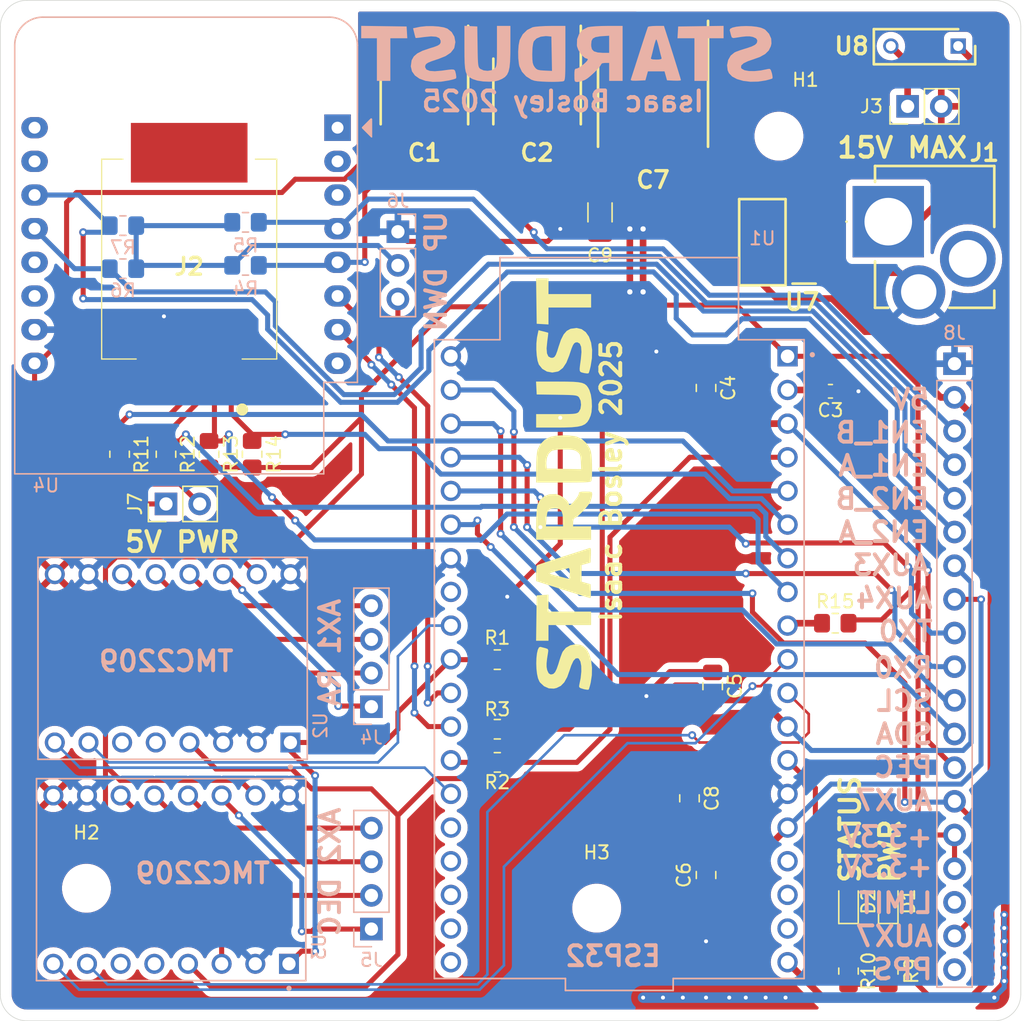
<source format=kicad_pcb>
(kicad_pcb (version 20240108) (generator "pcbnew") (generator_version "8.0")
  (layers (0 "F.Cu" signal) (31 "B.Cu" signal) (34 "B.Paste" user) (35 "F.Paste" user) (36 "B.SilkS" user "B.Silkscreen") (37 "F.SilkS" user "F.Silkscreen") (38 "B.Mask" user) (39 "F.Mask" user) (44 "Edge.Cuts" user))
  (net 0 "")
  (net 18 "GND")
  (net 19 "Net-(J1-Pad1)")
  (net 20 "Net-(J3-Pin_1)")
  (net 21 "+12V")
  (net 22 "+5V")
  (net 28 "/DE+")
  (net 29 "Net-(J7-Pin_2)")
  (net 30 "/RA-")
  (net 31 "/DE-")
  (net 32 "/RA+")
  (net 33 "/EN")
  (net 34 "+3.3V")
  (net 35 "/UART_RX")
  (net 36 "/UART_TX")
  (net 37 "/PUL")
  (net 38 "/EN1_B")
  (net 39 "/EN1_A")
  (net 40 "/EN2_B")
  (net 41 "/EN2_A")
  (net 42 "/AUX8")
  (net 43 "Net-(D1-K)")
  (net 44 "Net-(D2-K)")
  (net 45 "/B1_1")
  (net 46 "/A2_1")
  (net 47 "/B2_1")
  (net 48 "/A1_1")
  (net 49 "/A1_2")
  (net 50 "/B2_2")
  (net 51 "/A2_2")
  (net 52 "/B1_2")
  (net 53 "/RX2")
  (net 54 "/TX2")
  (net 56 "/DIR1")
  (net 57 "/RX0")
  (net 58 "/STEP1")
  (net 59 "/SDA")
  (net 60 "/PEC")
  (net 61 "/DIR2")
  (net 62 "/ESP32_RST")
  (net 63 "/SCL")
  (net 64 "/TX0")
  (net 65 "/AUX3")
  (net 66 "/AUX4")
  (net 67 "/STA")
  (net 68 "/STEP2")
  (net 69 "/AUX7")
  (net 71 "/LIMIT")
  (net 72 "/PPS")
  (footprint "Capacitor_SMD:C_0805_2012Metric_Pad1.18x1.45mm_HandSolder" (layer "F.Cu") (at 176.25 116 90)
    (property "Reference" "C6")
    (property "Value" "100nF")
  )
  (footprint "Resistor_SMD:R_0805_2012Metric_Pad1.20x1.40mm_HandSolder" (layer "F.Cu") (at 160.5 99.75)
    (property "Reference" "R1")
    (property "Value" "4.7K")
  )
  (footprint "LED_SMD:LED_0603_1608Metric_Pad1.05x0.95mm_HandSolder" (layer "F.Cu") (at 187 118 90)
    (property "Reference" "D2")
    (property "Value" "STATUS LED")
  )
  (footprint "MountingHole:MountingHole_3.2mm_M3" (layer "F.Cu") (at 129.5 117)
    (property "Reference" "H2")
    (property "Value" "MountingHole")
  )
  (footprint "MountingHole:MountingHole_3.2mm_M3" (layer "F.Cu") (at 168 118.5)
    (property "Reference" "H3")
    (property "Value" "MountingHole")
  )
  (footprint "Connector_PinHeader_2.54mm:PinHeader_1x02_P2.54mm_Vertical" (layer "F.Cu") (at 135.5 88 90)
    (property "Reference" "J7")
    (property "Value" "1x2 Connector")
  )
  (footprint "Stardust:RJ12_855135114" (layer "F.Cu") (at 137.25 69.525)
    (property "Reference" "J2")
    (property "Value" "RJ12" (hide yes))
  )
  (footprint "Resistor_SMD:R_0805_2012Metric_Pad1.20x1.40mm_HandSolder" (layer "F.Cu") (at 142 84.25 -90)
    (property "Reference" "R14")
    (property "Value" "2.4K")
  )
  (footprint "Stardust:FuseHolder_RHDR2W53P0X508_1X2" (layer "F.Cu") (at 195.275 53.45 180)
    (property "Reference" "U8")
    (property "Value" "LittlFuse 2.5 Amp" (hide yes))
  )
  (footprint "images:logo_footprint" (layer "F.Cu") (at 169.828559 86.881736 90)
    (property "Reference" "G1" (hide yes))
    (property "Value" "LOGO" (hide yes))
  )
  (footprint "Stardust:100uFElectrolyticCap_CAPAE830X1080N" (layer "F.Cu") (at 172.25 56.9 -90)
    (property "Reference" "C7")
    (property "Value" "100 uF" (hide yes))
  )
  (footprint "Stardust:5VREG_SOT230P700X180-4N" (layer "F.Cu") (at 180.5 68.25 180)
    (property "Reference" "U7")
    (property "Value" "Regulator - 5V 1A" (hide yes))
  )
  (footprint "Stardust:10uFElectrolyticCap_CAPAE660X550N" (layer "F.Cu") (at 163.5 56.05 -90)
    (property "Reference" "C2")
    (property "Value" "10 uF" (hide yes))
  )
  (footprint "Stardust:10uFElectrolyticCap_CAPAE660X550N" (layer "F.Cu") (at 155 56.05 -90)
    (property "Reference" "C1")
    (property "Value" "10 uF" (hide yes))
  )
  (footprint "Resistor_SMD:R_0805_2012Metric_Pad1.20x1.40mm_HandSolder" (layer "F.Cu") (at 186 97)
    (property "Reference" "R15")
    (property "Value" "2.4K")
  )
  (footprint "LED_SMD:LED_0603_1608Metric_Pad1.05x0.95mm_HandSolder" (layer "F.Cu") (at 190 118 90)
    (property "Reference" "D1")
    (property "Value" "PWR LED")
  )
  (footprint "Capacitor_SMD:C_0805_2012Metric_Pad1.18x1.45mm_HandSolder" (layer "F.Cu") (at 176.75 101.75 -90)
    (property "Reference" "C5")
    (property "Value" "100nF")
  )
  (footprint "Resistor_SMD:R_0805_2012Metric_Pad1.20x1.40mm_HandSolder" (layer "F.Cu") (at 160.5 105)
    (property "Reference" "R3")
    (property "Value" "4.7K")
  )
  (footprint "Connector_PinHeader_2.54mm:PinHeader_1x02_P2.54mm_Vertical" (layer "F.Cu") (at 191.46 58 90)
    (property "Reference" "J3")
    (property "Value" "1x2 Connector")
  )
  (footprint "Capacitor_SMD:C_0603_1608Metric_Pad1.08x0.95mm_HandSolder" (layer "F.Cu") (at 185.6375 79.5 180)
    (property "Reference" "C3")
    (property "Value" "10uF")
  )
  (footprint "Resistor_SMD:R_0805_2012Metric_Pad1.20x1.40mm_HandSolder" (layer "F.Cu") (at 138.75 84.25 -90)
    (property "Reference" "R13")
    (property "Value" "2.4K")
  )
  (footprint "Resistor_SMD:R_0805_2012Metric_Pad1.20x1.40mm_HandSolder" (layer "F.Cu") (at 190 123.25 -90)
    (property "Reference" "R9")
    (property "Value" "4.7K")
  )
  (footprint "Resistor_SMD:R_0805_2012Metric_Pad1.20x1.40mm_HandSolder" (layer "F.Cu") (at 187 123.25 -90)
    (property "Reference" "R10")
    (property "Value" "4.7K")
  )
  (footprint "Resistor_SMD:R_0805_2012Metric_Pad1.20x1.40mm_HandSolder" (layer "F.Cu") (at 135.5 84.25 -90)
    (property "Reference" "R12")
    (property "Value" "2.4K")
  )
  (footprint "Capacitor_SMD:C_1206_3216Metric_Pad1.33x1.80mm_HandSolder" (layer "F.Cu") (at 168.25 66 90)
    (property "Reference" "C9")
    (property "Value" "330nF")
  )
  (footprint "MountingHole:MountingHole_3.2mm_M3" (layer "F.Cu") (at 181.75 60.25)
    (property "Reference" "H1")
    (property "Value" "MountingHole")
  )
  (footprint "Resistor_SMD:R_0805_2012Metric_Pad1.20x1.40mm_HandSolder" (layer "F.Cu") (at 160.5 107.5)
    (property "Reference" "R2")
    (property "Value" "1K")
  )
  (footprint "Capacitor_SMD:C_0805_2012Metric_Pad1.18x1.45mm_HandSolder" (layer "F.Cu") (at 175 110.2125 -90)
    (property "Reference" "C8")
    (property "Value" "100nF")
  )
  (footprint "Capacitor_SMD:C_0805_2012Metric_Pad1.18x1.45mm_HandSolder" (layer "F.Cu") (at 176.25 79.25 -90)
    (property "Reference" "C4")
    (property "Value" "100nF")
  )
  (footprint "Stardust:DC_PowerConn_694108402002" (layer "F.Cu") (at 190 66.7)
    (property "Reference" "J1")
    (property "Value" "12V DC" (hide yes))
  )
  (footprint "Resistor_SMD:R_0805_2012Metric_Pad1.20x1.40mm_HandSolder" (layer "F.Cu") (at 132 84.25 -90)
    (property "Reference" "R11")
    (property "Value" "2.4K")
  )
  (footprint "Stardust:MODULE_TMC2209_SILENTSTEPSTICK" (layer "B.Cu") (at 136 99.65 90)
    (property "Reference" "U2")
    (property "Value" "BTT TMC2209 V1.3")
  )
  (footprint "Stardust:MODULE_ESP32-DEVKITC" (layer "B.Cu") (at 169.7 99.71 180)
    (property "Reference" "U1")
    (property "Value" "ESP32")
  )
  (footprint "images:logo_footprint" (layer "B.Cu") (at 166.131736 58.328559 180)
    (property "Reference" "G1" (hide yes))
    (property "Value" "LOGO" (hide yes))
  )
  (footprint "Resistor_SMD:R_0805_2012Metric_Pad1.20x1.40mm_HandSolder" (layer "B.Cu") (at 132.25 70.25)
    (property "Reference" "R6")
    (property "Value" "4.7K")
  )
  (footprint "Stardust:MODULE_TMC2209_SILENTSTEPSTICK" (layer "B.Cu") (at 135.89 116.35 90)
    (property "Reference" "U3")
    (property "Value" "BTT TMC2209 V1.3")
  )
  (footprint "Resistor_SMD:R_0805_2012Metric_Pad1.20x1.40mm_HandSolder" (layer "B.Cu") (at 141.5 66.75 180)
    (property "Reference" "R5")
    (property "Value" "4.7K")
  )
  (footprint "Connector_PinHeader_2.54mm:PinHeader_1x04_P2.54mm_Vertical" (layer "B.Cu") (at 151 120.08)
    (property "Reference" "J5")
    (property "Value" "Conn_01x04_Pin")
  )
  (footprint "Resistor_SMD:R_0805_2012Metric_Pad1.20x1.40mm_HandSolder" (layer "B.Cu") (at 141.5 70 180)
    (property "Reference" "R4")
    (property "Value" "4.7K")
  )
  (footprint "Resistor_SMD:R_0805_2012Metric_Pad1.20x1.40mm_HandSolder" (layer "B.Cu") (at 132.25 67)
    (property "Reference" "R7")
    (property "Value" "4.7K")
  )
  (footprint "Connector_PinHeader_2.54mm:PinHeader_1x03_P2.54mm_Vertical" (layer "B.Cu") (at 153 67.46 180)
    (property "Reference" "J6")
    (property "Value" "1x3 Header")
  )
  (footprint "Connector_PinHeader_2.54mm:PinHeader_1x19_P2.54mm_Vertical" (layer "B.Cu") (at 195 77.42 180)
    (property "Reference" "J8")
    (property "Value" "Conn_01x19_Pin")
  )
  (footprint "Connector_PinHeader_2.54mm:PinHeader_1x04_P2.54mm_Vertical" (layer "B.Cu") (at 151 103.3)
    (property "Reference" "J4")
    (property "Value" "Conn_01x04_Pin")
  )
  (footprint "RF_Module:WEMOS_D1_mini_light" (layer "B.Cu") (at 148.445 59.61 180)
    (property "Reference" "U4")
    (property "Value" "WEMOS_D1_mini")
  )
  (gr_arc (start 198 50) (mid 199.414214 50.585786) (end 200 52) (stroke (width 0.05)) (layer "Edge.Cuts"))
  (gr_arc (start 200 125) (mid 199.414214 126.414214) (end 198 127) (stroke (width 0.05)) (layer "Edge.Cuts"))
  (gr_line (start 198 127) (end 125 127) (stroke (width 0.05)) (layer "Edge.Cuts"))
  (gr_arc (start 125 127) (mid 123.585786 126.414214) (end 123 125) (stroke (width 0.05)) (layer "Edge.Cuts"))
  (gr_line (start 123 125) (end 123 52) (stroke (width 0.05)) (layer "Edge.Cuts"))
  (gr_arc (start 123 52) (mid 123.585786 50.585786) (end 125 50) (stroke (width 0.05)) (layer "Edge.Cuts"))
  (gr_line (start 125 50) (end 198 50) (stroke (width 0.05)) (layer "Edge.Cuts"))
  (gr_line (start 200 52) (end 200 125) (stroke (width 0.05)) (layer "Edge.Cuts"))
  (gr_text "5V" (at 193.25 81 0) (layer "B.SilkS") (effects (font (size 1.5 1.5) (thickness 0.3) (bold yes)) (justify left bottom mirror)))
  (gr_text "+3.3V" (at 193.5 116.25 0) (layer "B.SilkS") (effects (font (size 1.5 1.5) (thickness 0.3) (bold yes)) (justify left bottom mirror)))
  (gr_text "EN1_B" (at 193.25 83.5 0) (layer "B.SilkS") (effects (font (size 1.5 1.5) (thickness 0.3) (bold yes)) (justify left bottom mirror)))
  (gr_text "Isaac Bosley 2025" (at 176.25 58.5 0) (layer "B.SilkS") (effects (font (size 1.5 1.5) (thickness 0.3) (bold yes)) (justify left bottom mirror)))
  (gr_text "TMC2209" (at 140.75 100.75 0) (layer "B.SilkS") (effects (font (size 1.5 1.5) (thickness 0.3) (bold yes)) (justify left bottom mirror)))
  (gr_text "TMC2209" (at 143.5 116.75 0) (layer "B.SilkS") (effects (font (size 1.5 1.5) (thickness 0.3) (bold yes)) (justify left bottom mirror)))
  (gr_text "RX0" (at 193.5 101.25 0) (layer "B.SilkS") (effects (font (size 1.5 1.5) (thickness 0.3) (bold yes)) (justify left bottom mirror)))
  (gr_text "AUX4" (at 193.5 96 0) (layer "B.SilkS") (effects (font (size 1.5 1.5) (thickness 0.3) (bold yes)) (justify left bottom mirror)))
  (gr_text "UP DWN" (at 156.75 65.75 90) (layer "B.SilkS") (effects (font (size 1.5 1.5) (thickness 0.3) (bold yes)) (justify left bottom mirror)))
  (gr_text "AX1 RA" (at 148.75 95 90) (layer "B.SilkS") (effects (font (size 1.5 1.5) (thickness 0.3) (bold yes)) (justify left bottom mirror)))
  (gr_text "+3.3V" (at 193.5 114 0) (layer "B.SilkS") (effects (font (size 1.5 1.5) (thickness 0.3) (bold yes)) (justify left bottom mirror)))
  (gr_text "AUX7" (at 193.5 121.5 0) (layer "B.SilkS") (effects (font (size 1.5 1.5) (thickness 0.3) (bold yes)) (justify left bottom mirror)))
  (gr_text "ESP32" (at 173 123 0) (layer "B.SilkS") (effects (font (size 1.5 1.5) (thickness 0.3) (bold yes)) (justify left bottom mirror)))
  (gr_text "EN1_A" (at 193.25 86 0) (layer "B.SilkS") (effects (font (size 1.5 1.5) (thickness 0.3) (bold yes)) (justify left bottom mirror)))
  (gr_text "AUX7" (at 193.5 111.25 0) (layer "B.SilkS") (effects (font (size 1.5 1.5) (thickness 0.3) (bold yes)) (justify left bottom mirror)))
  (gr_text "LIMIT" (at 193.5 119 0) (layer "B.SilkS") (effects (font (size 1.5 1.5) (thickness 0.3) (bold yes)) (justify left bottom mirror)))
  (gr_text "EN2_A" (at 193.25 91 0) (layer "B.SilkS") (effects (font (size 1.5 1.5) (thickness 0.3) (bold yes)) (justify left bottom mirror)))
  (gr_text "SCL" (at 193.5 103.75 0) (layer "B.SilkS") (effects (font (size 1.5 1.5) (thickness 0.3) (bold yes)) (justify left bottom mirror)))
  (gr_text "AX2 DEC" (at 148.75 110.75 90) (layer "B.SilkS") (effects (font (size 1.5 1.5) (thickness 0.3) (bold yes)) (justify left bottom mirror)))
  (gr_text "EN2_B" (at 193.25 88.5 0) (layer "B.SilkS") (effects (font (size 1.5 1.5) (thickness 0.3) (bold yes)) (justify left bottom mirror)))
  (gr_text "PEC" (at 193.5 108.75 0) (layer "B.SilkS") (effects (font (size 1.5 1.5) (thickness 0.3) (bold yes)) (justify left bottom mirror)))
  (gr_text "AUX3" (at 193.25 93.5 0) (layer "B.SilkS") (effects (font (size 1.5 1.5) (thickness 0.3) (bold yes)) (justify left bottom mirror)))
  (gr_text "SDA" (at 193.5 106.25 0) (layer "B.SilkS") (effects (font (size 1.5 1.5) (thickness 0.3) (bold yes)) (justify left bottom mirror)))
  (gr_text "PPS" (at 193.5 124 0) (layer "B.SilkS") (effects (font (size 1.5 1.5) (thickness 0.3) (bold yes)) (justify left bottom mirror)))
  (gr_text "TX0" (at 193.5 98.5 0) (layer "B.SilkS") (effects (font (size 1.5 1.5) (thickness 0.3) (bold yes)) (justify left bottom mirror)))
  (gr_text "Isaac Bosley 2025" (at 169.9725 97.06 90) (layer "F.SilkS") (effects (font (size 1.5 1.5) (thickness 0.3) (bold yes)) (justify left bottom)))
  (gr_text "5V PWR" (at 132.25 91.75 0) (layer "F.SilkS") (effects (font (size 1.5 1.5) (thickness 0.3) (bold yes)) (justify left bottom)))
  (gr_text "PWR" (at 191 116.75 90) (layer "F.SilkS") (effects (font (size 1.5 1.5) (thickness 0.3) (bold yes)) (justify left bottom)))
  (gr_text "STATUS" (at 188 116.75 90) (layer "F.SilkS") (effects (font (size 1.5 1.5) (thickness 0.3) (bold yes)) (justify left bottom)))
  (gr_text "15V MAX" (at 186 62 0) (layer "F.SilkS") (effects (font (size 1.5 1.5) (thickness 0.3) (bold yes)) (justify left bottom)))
  (segment (start 155 58.6) (end 164.75 58.6) (width 0.5) (layer "F.Cu") (net 18))
  (segment (start 175 111.25) (end 175 115.7875) (width 0.381) (layer "F.Cu") (net 18))
  (segment (start 176.75 100.7125) (end 173.5375 100.7125) (width 0.508) (layer "F.Cu") (net 18))
  (segment (start 165.25 91) (end 165.25 81.5) (width 0.381) (layer "F.Cu") (net 18))
  (segment (start 164.3095 68.1905) (end 165.25 67.25) (width 0.381) (layer "F.Cu") (net 18))
  (segment (start 186.5 79.5) (end 187.75 79.5) (width 0.5) (layer "F.Cu") (net 18))
  (segment (start 173.5375 100.7125) (end 171.75 102.5) (width 0.508) (layer "F.Cu") (net 18))
  (segment (start 175 115.7875) (end 176.25 117.0375) (width 0.381) (layer "F.Cu") (net 18))
  (segment (start 153 67.46) (end 153.7305 68.1905) (width 0.381) (layer "F.Cu") (net 18))
  (segment (start 187 124.25) (end 188.5 124.25) (width 0.381) (layer "F.Cu") (net 18))
  (segment (start 172.5 76.5) (end 174.5375 76.5) (width 0.508) (layer "F.Cu") (net 18))
  (segment (start 176.25 117.0375) (end 176.25 121) (width 0.508) (layer "F.Cu") (net 18))
  (segment (start 177.5375 64.4375) (end 183.65 70.55) (width 0.381) (layer "F.Cu") (net 18))
  (segment (start 183.65 70.55) (end 190.85 70.55) (width 0.508) (layer "F.Cu") (net 18))
  (segment (start 161.25 95) (end 165.25 91) (width 0.381) (layer "F.Cu") (net 18))
  (segment (start 190 124.25) (end 188.5 124.25) (width 0.381) (layer "F.Cu") (net 18))
  (segment (start 164.75 58.6) (end 165.575 59.425) (width 0.381) (layer "F.Cu") (net 18))
  (segment (start 153.7305 68.1905) (end 164.3095 68.1905) (width 0.381) (layer "F.Cu") (net 18))
  (segment (start 168.25 62.1) (end 165.575 59.425) (width 0.381) (layer "F.Cu") (net 18))
  (segment (start 163.5 58.6) (end 164.75 58.6) (width 0.5) (layer "F.Cu") (net 18))
  (segment (start 135.345 73.845) (end 135.345 77.55) (width 0.381) (layer "F.Cu") (net 18))
  (segment (start 168.25 64.4375) (end 168.25 62.1) (width 0.381) (layer "F.Cu") (net 18))
  (segment (start 190.85 70.55) (end 192.3 72) (width 0.508) (layer "F.Cu") (net 18))
  (segment (start 168.25 64.4375) (end 177.5375 64.4375) (width 0.381) (layer "F.Cu") (net 18))
  (segment (start 170.5 67.25) (end 170.5 72) (width 0.5) (layer "F.Cu") (net 18))
  (segment (start 166.4 60.25) (end 172.25 60.25) (width 0.381) (layer "F.Cu") (net 18))
  (segment (start 165.575 59.425) (end 166.4 60.25) (width 0.381) (layer "F.Cu") (net 18))
  (segment (start 174.5375 76.5) (end 176.25 78.2125) (width 0.508) (layer "F.Cu") (net 18))
  (segment (start 171.5 67.25) (end 171.5 72) (width 0.5) (layer "F.Cu") (net 18))
  (via (at 170.5 72) (size 0.8) (drill 0.4) (layers "F.Cu" "B.Cu") (net 18))
  (via (at 165.25 81.5) (size 0.6) (drill 0.3) (layers "F.Cu" "B.Cu") (net 18))
  (via (at 176.25 121) (size 0.6) (drill 0.3) (layers "F.Cu" "B.Cu") (net 18))
  (via (at 165.25 67.25) (size 0.6) (drill 0.3) (layers "F.Cu" "B.Cu") (net 18))
  (via (at 171.5 72) (size 0.8) (drill 0.4) (layers "F.Cu" "B.Cu") (net 18))
  (via (at 171.75 102.5) (size 0.6) (drill 0.3) (layers "F.Cu" "B.Cu") (net 18))
  (via (at 187.75 79.5) (size 0.6) (drill 0.3) (layers "F.Cu" "B.Cu") (net 18))
  (via (at 161.25 95) (size 0.6) (drill 0.3) (layers "F.Cu" "B.Cu") (net 18))
  (via (at 170.5 67.25) (size 0.8) (drill 0.4) (layers "F.Cu" "B.Cu") (net 18))
  (via (at 171.5 67.25) (size 0.8) (drill 0.4) (layers "F.Cu" "B.Cu") (net 18))
  (via (at 135.345 73.845) (size 0.6) (drill 0.3) (layers "F.Cu" "B.Cu") (net 18))
  (via (at 172.5 76.5) (size 0.6) (drill 0.3) (layers "F.Cu" "B.Cu") (net 18))
  (via (at 188.5 124.25) (size 0.6) (drill 0.3) (layers "F.Cu" "B.Cu") (net 18))
  (segment (start 125.585 74.85) (end 133.65 74.85) (width 0.381) (layer "B.Cu") (net 18))
  (segment (start 133.65 74.85) (end 134.655 73.845) (width 0.381) (layer "B.Cu") (net 18))
  (segment (start 134.655 73.845) (end 135.345 73.845) (width 0.381) (layer "B.Cu") (net 18))
  (segment (start 197.5 55.675) (end 195.275 53.45) (width 0.5) (layer "F.Cu") (net 19))
  (segment (start 190 66.7) (end 192.3 66.7) (width 0.5) (layer "F.Cu") (net 19))
  (segment (start 197.5 61.5) (end 197.5 55.675) (width 0.5) (layer "F.Cu") (net 19))
  (segment (start 192.3 66.7) (end 197.5 61.5) (width 0.5) (layer "F.Cu") (net 19))
  (segment (start 191.5 56.5) (end 191.46 56.54) (width 0.5) (layer "F.Cu") (net 20))
  (segment (start 191.46 56.54) (end 191.46 58) (width 0.5) (layer "F.Cu") (net 20))
  (segment (start 190.195 53.45) (end 191.5 54.755) (width 0.5) (layer "F.Cu") (net 20))
  (segment (start 191.5 54.755) (end 191.5 56.5) (width 0.5) (layer "F.Cu") (net 20))
  (via (at 182.25 125.25) (size 0.6) (drill 0.3) (layers "F.Cu" "B.Cu") (net 21))
  (via (at 179.25 125.25) (size 0.6) (drill 0.3) (layers "F.Cu" "B.Cu") (net 21))
  (via (at 171.5 125.25) (size 0.6) (drill 0.3) (layers "F.Cu" "B.Cu") (net 21))
  (via (at 180.75 125.25) (size 0.6) (drill 0.3) (layers "F.Cu" "B.Cu") (net 21))
  (via (at 178 125.25) (size 0.6) (drill 0.3) (layers "F.Cu" "B.Cu") (net 21))
  (via (at 173 125.25) (size 0.6) (drill 0.3) (layers "F.Cu" "B.Cu") (net 21))
  (via (at 198.75 122) (size 0.6) (drill 0.3) (layers "F.Cu" "B.Cu") (net 21))
  (via (at 174.5 125.25) (size 0.6) (drill 0.3) (layers "F.Cu" "B.Cu") (net 21))
  (via (at 198.75 119) (size 0.6) (drill 0.3) (layers "F.Cu" "B.Cu") (net 21))
  (via (at 198.75 120) (size 0.6) (drill 0.3) (layers "F.Cu" "B.Cu") (net 21))
  (via (at 198 125.25) (size 0.6) (drill 0.3) (layers "F.Cu" "B.Cu") (net 21))
  (via (at 198.75 121) (size 0.6) (drill 0.3) (layers "F.Cu" "B.Cu") (net 21))
  (via (at 176.25 125.25) (size 0.6) (drill 0.3) (layers "F.Cu" "B.Cu") (net 21))
  (via (at 198.75 124) (size 0.6) (drill 0.3) (layers "F.Cu" "B.Cu") (net 21))
  (via (at 198.75 123) (size 0.6) (drill 0.3) (layers "F.Cu" "B.Cu") (net 21))
  (segment (start 198.75 120) (end 198.75 119) (width 0.381) (layer "B.Cu") (net 21))
  (segment (start 171.5 125.25) (end 198 125.25) (width 0.8) (layer "B.Cu") (net 21))
  (segment (start 198.75 121) (end 198.75 120) (width 0.381) (layer "B.Cu") (net 21))
  (segment (start 198.75 123) (end 198.75 122) (width 0.381) (layer "B.Cu") (net 21))
  (segment (start 198.75 122) (end 198.75 121) (width 0.381) (layer "B.Cu") (net 21))
  (segment (start 198.75 124.5) (end 198.75 124) (width 0.381) (layer "B.Cu") (net 21))
  (segment (start 198 125.25) (end 198.75 124.5) (width 0.381) (layer "B.Cu") (net 21))
  (segment (start 198.75 124) (end 198.75 123) (width 0.381) (layer "B.Cu") (net 21))
  (segment (start 154 61.5) (end 152 59.5) (width 0.5) (layer "F.Cu") (net 22))
  (segment (start 130.75 88) (end 135.5 88) (width 0.381) (layer "F.Cu") (net 22))
  (segment (start 125.585 82.835) (end 130.75 88) (width 0.381) (layer "F.Cu") (net 22))
  (segment (start 144.25 64.5) (end 128.75 64.5) (width 0.381) (layer "F.Cu") (net 22))
  (segment (start 193.96 79.96) (end 195 79.96) (width 0.5) (layer "F.Cu") (net 22))
  (segment (start 193 79) (end 193.96 79.96) (width 0.5) (layer "F.Cu") (net 22))
  (segment (start 196.196 125.304) (end 197.75 123.75) (width 0.508) (layer "F.Cu") (net 22))
  (segment (start 193.25 125.304) (end 196.196 125.304) (width 0.508) (layer "F.Cu") (net 22))
  (segment (start 145.2505 63.4995) (end 144.25 64.5) (width 0.381) (layer "F.Cu") (net 22))
  (segment (start 125.585 77.39) (end 125.585 82.835) (width 0.381) (layer "F.Cu") (net 22))
  (segment (start 161.5 61.5) (end 154 61.5) (width 0.5) (layer "F.Cu") (net 22))
  (segment (start 126.121 77.39) (end 125.585 77.39) (width 0.381) (layer "F.Cu") (net 22))
  (segment (start 170.25 65.5625) (end 172.0625 65.5625) (width 0.381) (layer "F.Cu") (net 22))
  (segment (start 128 75.25) (end 125.86 77.39) (width 0.381) (layer "F.Cu") (net 22))
  (segment (start 197.75 123.75) (end 197.75 95.516318) (width 0.508) (layer "F.Cu") (net 22))
  (segment (start 191.5 75) (end 193 76.5) (width 0.5) (layer "F.Cu") (net 22))
  (segment (start 197.75 95.516318) (end 197.754 95.512318) (width 0.508) (layer "F.Cu") (net 22))
  (segment (start 185.124 125.304) (end 193.25 125.304) (width 0.508) (layer "F.Cu") (net 22))
  (segment (start 152 59.5) (end 152 60.478621) (width 0.381) (layer "F.Cu") (net 22))
  (segment (start 185.75 72.5) (end 188.25 75) (width 0.5) (layer "F.Cu") (net 22))
  (segment (start 177.35 68.25) (end 174.75 68.25) (width 0.5) (layer "F.Cu") (net 22))
  (segment (start 128 65.25) (end 128 75.25) (width 0.381) (layer "F.Cu") (net 22))
  (segment (start 167.5625 67.5625) (end 168.25 67.5625) (width 0.381) (layer "F.Cu") (net 22))
  (segment (start 190 117.125) (end 191.75 118.875) (width 0.381) (layer "F.Cu") (net 22))
  (segment (start 188.25 75) (end 191.5 75) (width 0.5) (layer "F.Cu") (net 22))
  (segment (start 152 59.5) (end 152 56.5) (width 0.5) (layer "F.Cu") (net 22))
  (segment (start 152 60.478621) (end 148.979121 63.4995) (width 0.381) (layer "F.Cu") (net 22))
  (segment (start 197.754 95.512318) (end 197.754 82.714) (width 0.508) (layer "F.Cu") (net 22))
  (segment (start 177.35 68.25) (end 181.6 72.5) (width 0.5) (layer "F.Cu") (net 22))
  (segment (start 125.86 77.39) (end 125.585 77.39) (width 0.381) (layer "F.Cu") (net 22))
  (segment (start 197.754 82.714) (end 195 79.96) (width 0.508) (layer "F.Cu") (net 22))
  (segment (start 152 56.5) (end 155 53.5) (width 0.5) (layer "F.Cu") (net 22))
  (segment (start 182.4 122.58) (end 185.124 125.304) (width 0.508) (layer "F.Cu") (net 22))
  (segment (start 148.979121 63.4995) (end 145.2505 63.4995) (width 0.381) (layer "F.Cu") (net 22))
  (segment (start 165.5625 65.5625) (end 161.5 61.5) (width 0.5) (layer "F.Cu") (net 22))
  (segment (start 165.5625 65.5625) (end 167.5625 67.5625) (width 0.381) (layer "F.Cu") (net 22))
  (segment (start 168.25 67.5625) (end 170.25 65.5625) (width 0.381) (layer "F.Cu") (net 22))
  (segment (start 174.75 68.25) (end 172.0625 65.5625) (width 0.5) (layer "F.Cu") (net 22))
  (segment (start 191.75 118.875) (end 191.75 123.804) (width 0.381) (layer "F.Cu") (net 22))
  (segment (start 193 76.5) (end 193 79) (width 0.5) (layer "F.Cu") (net 22))
  (segment (start 191.75 123.804) (end 193.25 125.304) (width 0.381) (layer "F.Cu") (net 22))
  (segment (start 128.75 64.5) (end 128 65.25) (width 0.381) (layer "F.Cu") (net 22))
  (segment (start 181.6 72.5) (end 185.75 72.5) (width 0.5) (layer "F.Cu") (net 22))
  (segment (start 138.75 83.25) (end 139.75 83.25) (width 0.381) (layer "F.Cu") (net 28))
  (segment (start 139.155 82.845) (end 138.75 83.25) (width 0.381) (layer "F.Cu") (net 28))
  (segment (start 143.5 87.5) (end 145.25 89.25) (width 0.381) (layer "F.Cu") (net 28))
  (segment (start 139.75 83.25) (end 140.25 82.75) (width 0.381) (layer "F.Cu") (net 28))
  (segment (start 139.155 77.55) (end 139.155 82.845) (width 0.381) (layer "F.Cu") (net 28))
  (via (at 145.25 89.25) (size 0.6) (drill 0.3) (layers "F.Cu" "B.Cu") (net 28))
  (via (at 140.25 82.75) (size 0.6) (drill 0.3) (layers "F.Cu" "B.Cu") (net 28))
  (via (at 143.5 87.5) (size 0.6) (drill 0.3) (layers "F.Cu" "B.Cu") (net 28))
  (segment (start 140.25 82.75) (end 140.25 84.25) (width 0.381) (layer "B.Cu") (net 28))
  (segment (start 161.237 88.763) (end 179.763 88.763) (width 0.381) (layer "B.Cu") (net 28))
  (segment (start 140.25 84.25) (end 143.5 87.5) (width 0.381) (layer "B.Cu") (net 28))
  (segment (start 180.178171 92.418171) (end 182.4 94.64) (width 0.381) (layer "B.Cu") (net 28))
  (segment (start 159.2155 90.7155) (end 159.25 90.75) (width 0.381) (layer "B.Cu") (net 28))
  (segment (start 145.25 89.25) (end 146.7155 90.7155) (width 0.381) (layer "B.Cu") (net 28))
  (segment (start 146.7155 90.7155) (end 159.2155 90.7155) (width 0.381) (layer "B.Cu") (net 28))
  (segment (start 180.178171 89.178171) (end 180.178171 92.418171) (width 0.381) (layer "B.Cu") (net 28))
  (segment (start 159.25 90.75) (end 161.237 88.763) (width 0.381) (layer "B.Cu") (net 28))
  (segment (start 179.763 88.763) (end 180.178171 89.178171) (width 0.381) (layer "B.Cu") (net 28))
  (segment (start 136.54 86.5) (end 138.04 88) (width 0.381) (layer "F.Cu") (net 29))
  (segment (start 130.5 86.5) (end 136.54 86.5) (width 0.381) (layer "F.Cu") (net 29))
  (segment (start 134.075 77.925) (end 134.075 77.55) (width 0.381) (layer "F.Cu") (net 29))
  (segment (start 130 82) (end 134.075 77.925) (width 0.381) (layer "F.Cu") (net 29))
  (segment (start 130 86) (end 130.5 86.5) (width 0.381) (layer "F.Cu") (net 29))
  (segment (start 130 82) (end 130 86) (width 0.381) (layer "F.Cu") (net 29))
  (segment (start 136.615 77.55) (end 136.615 80.431) (width 0.381) (layer "F.Cu") (net 30))
  (segment (start 132 82.75) (end 132 82) (width 0.381) (layer "F.Cu") (net 30))
  (segment (start 135.796 81.25) (end 132.75 81.25) (width 0.381) (layer "F.Cu") (net 30))
  (segment (start 132 82) (end 132.75 81.25) (width 0.381) (layer "F.Cu") (net 30))
  (segment (start 136.615 80.431) (end 135.796 81.25) (width 0.381) (layer "F.Cu") (net 30))
  (via (at 132.75 81.25) (size 0.6) (drill 0.3) (layers "F.Cu" "B.Cu") (net 30))
  (segment (start 152.25 83.25) (end 174.5 83.25) (width 0.381) (layer "B.Cu") (net 30))
  (segment (start 174.5 83.25) (end 178.27 87.02) (width 0.381) (layer "B.Cu") (net 30))
  (segment (start 178.27 87.02) (end 182.4 87.02) (width 0.381) (layer "B.Cu") (net 30))
  (segment (start 132.75 81.25) (end 150.25 81.25) (width 0.381) (layer "B.Cu") (net 30))
  (segment (start 150.25 81.25) (end 152.25 83.25) (width 0.381) (layer "B.Cu") (net 30))
  (segment (start 137.885 80.365) (end 135.5 82.75) (width 0.381) (layer "F.Cu") (net 31))
  (segment (start 136.5 83.25) (end 137 82.75) (width 0.381) (layer "F.Cu") (net 31))
  (segment (start 135.5 83.25) (end 136.5 83.25) (width 0.381) (layer "F.Cu") (net 31))
  (segment (start 137.885 77.55) (end 137.885 80.365) (width 0.381) (layer "F.Cu") (net 31))
  (via (at 137 82.75) (size 0.6) (drill 0.3) (layers "F.Cu" "B.Cu") (net 31))
  (segment (start 142.5 88.25) (end 137 82.75) (width 0.381) (layer "B.Cu") (net 31))
  (segment (start 159.318 88.182) (end 159.25 88.25) (width 0.381) (layer "B.Cu") (net 31))
  (segment (start 180.759171 90.459171) (end 180.759171 88.740829) (width 0.381) (layer "B.Cu") (net 31))
  (segment (start 180.759171 88.740829) (end 180.200342 88.182) (width 0.381) (layer "B.Cu") (net 31))
  (segment (start 182.4 92.1) (end 180.759171 90.459171) (width 0.381) (layer "B.Cu") (net 31))
  (segment (start 180.200342 88.182) (end 159.318 88.182) (width 0.381) (layer "B.Cu") (net 31))
  (segment (start 159.25 88.25) (end 142.5 88.25) (width 0.381) (layer "B.Cu") (net 31))
  (segment (start 140.425 77.55) (end 140.425 81.175) (width 0.381) (layer "F.Cu") (net 32))
  (segment (start 140.425 81.175) (end 142 82.75) (width 0.381) (layer "F.Cu") (net 32))
  (segment (start 142 82.75) (end 144.5 82.75) (width 0.381) (layer "F.Cu") (net 32))
  (via (at 144.5 82.75) (size 0.6) (drill 0.3) (layers "F.Cu" "B.Cu") (net 32))
  (segment (start 178.029342 87.601) (end 180.441 87.601) (width 0.381) (layer "B.Cu") (net 32))
  (segment (start 150.5 82.75) (end 151.581 83.831) (width 0.381) (layer "B.Cu") (net 32))
  (segment (start 176.178342 85.75) (end 178.029342 87.601) (width 0.381) (layer "B.Cu") (net 32))
  (segment (start 144.5 82.75) (end 150.5 82.75) (width 0.381) (layer "B.Cu") (net 32))
  (segment (start 180.441 87.601) (end 182.4 89.56) (width 0.381) (layer "B.Cu") (net 32))
  (segment (start 156.25 85.75) (end 176.178342 85.75) (width 0.381) (layer "B.Cu") (net 32))
  (segment (start 154.331 83.831) (end 156.25 85.75) (width 0.381) (layer "B.Cu") (net 32))
  (segment (start 151.581 83.831) (end 154.331 83.831) (width 0.381) (layer "B.Cu") (net 32))
  (segment (start 145.73 121.75) (end 144.78 122.7) (width 0.381) (layer "F.Cu") (net 33))
  (segment (start 153 105) (end 153 103.72) (width 0.381) (layer "F.Cu") (net 33))
  (segment (start 159.5 99.75) (end 157.03 99.75) (width 0.381) (layer "F.Cu") (net 33))
  (segment (start 144.89 106.64) (end 146.75 108.5) (width 0.381) (layer "F.Cu") (net 33))
  (segment (start 152 106) (end 153 105) (width 0.381) (layer "F.Cu") (net 33))
  (segment (start 146.75 121.75) (end 145.73 121.75) (width 0.381) (layer "F.Cu") (net 33))
  (segment (start 157.03 99.75) (end 157 99.72) (width 0.381) (layer "F.Cu") (net 33))
  (segment (start 153 103.72) (end 157 99.72) (width 0.381) (layer "F.Cu") (net 33))
  (segment (start 144.89 106) (end 144.89 106.64) (width 0.381) (layer "F.Cu") (net 33))
  (segment (start 144.89 106) (end 152 106) (width 0.381) (layer "F.Cu") (net 33))
  (via (at 146.75 121.75) (size 0.6) (drill 0.3) (layers "F.Cu" "B.Cu") (net 33))
  (via (at 146.75 108.5) (size 0.6) (drill 0.3) (layers "F.Cu" "B.Cu") (net 33))
  (segment (start 146.75 108.5) (end 146.75 121.75) (width 0.381) (layer "B.Cu") (net 33))
  (segment (start 142 85.25) (end 138.75 85.25) (width 0.381) (layer "F.Cu") (net 34))
  (segment (start 189.5 96.75) (end 192.25 94) (width 0.381) (layer "F.Cu") (net 34))
  (segment (start 192.25 79) (end 192.25 94) (width 0.381) (layer "F.Cu") (net 34))
  (segment (start 153 72.54) (end 153 77) (width 0.381) (layer "F.Cu") (net 34))
  (segment (start 150.25 81.5) (end 150.25 85.75) (width 0.381) (layer "F.Cu") (net 34))
  (segment (start 130.9355 110.9355) (end 139.7 119.7) (width 0.381) (layer "F.Cu") (net 34))
  (segment (start 169.875 73.125) (end 156.875 73.125) (width 0.381) (layer "F.Cu") (net 34))
  (segment (start 187 97) (end 187.25 96.75) (width 0.381) (layer "F.Cu") (net 34))
  (segment (start 192.25 112.25) (end 193 113) (width 0.381) (layer "F.Cu") (net 34))
  (segment (start 130.9355 92.8145) (end 130.9355 107.75) (width 0.381) (layer "F.Cu") (net 34))
  (segment (start 150.25 79.75) (end 150.25 81.5) (width 0.381) (layer "F.Cu") (net 34))
  (segment (start 146.5 85.25) (end 142 85.25) (width 0.381) (layer "F.Cu") (net 34))
  (segment (start 138.75 85.25) (end 135.5 85.25) (width 0.381) (layer "F.Cu") (net 34))
  (segment (start 161.5 105) (end 165.919 105) (width 0.381) (layer "F.Cu") (net 34))
  (segment (start 187.25 96.75) (end 189.5 96.75) (width 0.381) (layer "F.Cu") (net 34))
  (segment (start 193.02 112.98) (end 195 112.98) (width 0.381) (layer "F.Cu") (net 34))
  (segment (start 132.041 108.8555) (end 130.9355 107.75) (width 0.381) (layer "F.Cu") (net 34))
  (segment (start 152 78) (end 150.25 79.75) (width 0.381) (layer "F.Cu") (net 34))
  (segment (start 132 85.25) (end 135.5 85.25) (width 0.381) (layer "F.Cu") (net 34))
  (segment (start 142.35 93.3) (end 141.05 92) (width 0.381) (layer "F.Cu") (net 34))
  (segment (start 182.4 76.86) (end 190.11 76.86) (width 0.381) (layer "F.Cu") (net 34))
  (segment (start 130.9355 107.75) (end 130.9355 110.9355) (width 0.381) (layer "F.Cu") (net 34))
  (segment (start 150.25 85.75) (end 144 92) (width 0.381) (layer "F.Cu") (net 34))
  (segment (start 131.75 92) (end 130.9355 92.8145) (width 0.381) (layer "F.Cu") (net 34))
  (segment (start 170 73) (end 169.875 73.125) (width 0.381) (layer "F.Cu") (net 34))
  (segment (start 153 77) (end 152 78) (width 0.381) (layer "F.Cu") (net 34))
  (segment (start 139.7 119.7) (end 139.7 122.7) (width 0.381) (layer "F.Cu") (net 34))
  (segment (start 190.11 76.86) (end 192.25 79) (width 0.381) (layer "F.Cu") (net 34))
  (segment (start 144 92) (end 140.5 92) (width 0.381) (layer "F.Cu") (net 34))
  (segment (start 195 115.52) (end 195 112.98) (width 0.381) (layer "F.Cu") (net 34))
  (segment (start 141.05 92) (end 140.5 92) (width 0.381) (layer "F.Cu") (net 34))
  (segment (start 156.875 73.125) (end 152 78) (width 0.381) (layer "F.Cu") (net 34))
  (segment (start 142.24 110) (end 141.0955 108.8555) (width 0.381) (layer "F.Cu") (net 34))
  (segment (start 150.25 81.5) (end 146.5 85.25) (width 0.381) (layer "F.Cu") (net 34))
  (segment (start 170 73) (end 178.54 73) (width 0.381) (layer "F.Cu") (net 34))
  (segment (start 168.419 102.5) (end 168.419 74.581) (width 0.381) (layer "F.Cu") (net 34))
  (segment (start 193 113) (end 193.02 112.98) (width 0.381) (layer "F.Cu") (net 34))
  (segment (start 168.419 74.581) (end 170 73) (width 0.381) (layer "F.Cu") (net 34))
  (segment (start 178.54 73) (end 182.4 76.86) (width 0.381) (layer "F.Cu") (net 34))
  (segment (start 161.5 99.75) (end 161.5 105) (width 0.381) (layer "F.Cu") (net 34))
  (segment (start 140.5 92) (end 131.75 92) (width 0.381) (layer "F.Cu") (net 34))
  (segment (start 192.25 94) (end 192.25 112.25) (width 0.381) (layer "F.Cu") (net 34))
  (segment (start 141.0955 108.8555) (end 132.041 108.8555) (width 0.381) (layer "F.Cu") (net 34))
  (segment (start 165.919 105) (end 168.419 102.5) (width 0.381) (layer "F.Cu") (net 34))
  (segment (start 155.75 108.75) (end 153 111.5) (width 0.381) (layer "F.Cu") (net 35))
  (segment (start 145 108) (end 139.27 108) (width 0.381) (layer "F.Cu") (net 35))
  (segment (start 175.02 84.48) (end 169 90.5) (width 0.381) (layer "F.Cu") (net 35))
  (segment (start 156.0255 108.7245) (end 156 108.75) (width 0.381) (layer "F.Cu") (net 35))
  (segment (start 153 111.5) (end 151 109.5) (width 0.381) (layer "F.Cu") (net 35))
  (segment (start 160.2755 108.7245) (end 156.0255 108.7245) (width 0.381) (layer "F.Cu") (net 35))
  (segment (start 137.16 122.7) (end 138.96 124.5) (width 0.381) (layer "F.Cu") (net 35))
  (segment (start 182.4 84.48) (end 175.02 84.48) (width 0.381) (layer "F.Cu") (net 35))
  (segment (start 156 108.75) (end 155.75 108.75) (width 0.381) (layer "F.Cu") (net 35))
  (segment (start 139.27 108) (end 137.27 106) (width 0.381) (layer "F.Cu") (net 35))
  (segment (start 151 109.5) (end 146.5 109.5) (width 0.381) (layer "F.Cu") (net 35))
  (segment (start 169 90.5) (end 169 105) (width 0.381) (layer "F.Cu") (net 35))
  (segment (start 153 122) (end 153 111.5) (width 0.381) (layer "F.Cu") (net 35))
  (segment (start 138.96 124.5) (end 150.5 124.5) (width 0.381) (layer "F.Cu") (net 35))
  (segment (start 150.5 124.5) (end 153 122) (width 0.381) (layer "F.Cu") (net 35))
  (segment (start 166.5 107.5) (end 161.5 107.5) (width 0.381) (layer "F.Cu") (net 35))
  (segment (start 146.5 109.5) (end 145 108) (width 0.381) (layer "F.Cu") (net 35))
  (segment (start 169 105) (end 166.5 107.5) (width 0.381) (layer "F.Cu") (net 35))
  (segment (start 161.5 107.5) (end 160.2755 108.7245) (width 0.381) (layer "F.Cu") (net 35))
  (segment (start 159.5 107.5) (end 157.16 107.5) (width 0.381) (layer "F.Cu") (net 36))
  (segment (start 157.16 107.5) (end 157 107.34) (width 0.381) (layer "F.Cu") (net 36))
  (segment (start 159.5 105) (end 159.5 107.5) (width 0.381) (layer "F.Cu") (net 36))
  (segment (start 133.25 67) (end 140.25 67) (width 0.381) (layer "B.Cu") (net 37))
  (segment (start 140.25 67) (end 140.5 66.75) (width 0.381) (layer "B.Cu") (net 37))
  (segment (start 142 68.5) (end 151.5 68.5) (width 0.381) (layer "B.Cu") (net 37))
  (segment (start 140.5 70) (end 133.5 70) (width 0.381) (layer "B.Cu") (net 37))
  (segment (start 151.5 68.5) (end 153 70) (width 0.381) (layer "B.Cu") (net 37))
  (segment (start 133.5 70) (end 133.25 70.25) (width 0.381) (layer "B.Cu") (net 37))
  (segment (start 133.25 67) (end 133.25 70.25) (width 0.381) (layer "B.Cu") (net 37))
  (segment (start 140.5 70) (end 142 68.5) (width 0.381) (layer "B.Cu") (net 37))
  (segment (start 150.5 69.75) (end 150.5 64.5) (width 0.381) (layer "F.Cu") (net 38))
  (segment (start 159.5 63.75) (end 163.25 67.5) (width 0.381) (layer "F.Cu") (net 38))
  (segment (start 151.25 63.75) (end 159.5 63.75) (width 0.381) (layer "F.Cu") (net 38))
  (segment (start 150.5 64.5) (end 151.25 63.75) (width 0.381) (layer "F.Cu") (net 38))
  (via (at 150.5 69.75) (size 0.6) (drill 0.3) (layers "F.Cu" "B.Cu") (net 38))
  (via (at 163.25 67.5) (size 0.6) (drill 0.3) (layers "F.Cu" "B.Cu") (net 38))
  (segment (start 176.5 72.25) (end 173 68.75) (width 0.381) (layer "B.Cu") (net 38))
  (segment (start 148.445 69.77) (end 150.48 69.77) (width 0.381) (layer "B.Cu") (net 38))
  (segment (start 150.48 69.77) (end 150.5 69.75) (width 0.381) (layer "B.Cu") (net 38))
  (segment (start 163.25 67.75) (end 164.25 68.75) (width 0.381) (layer "B.Cu") (net 38))
  (segment (start 163.25 67.5) (end 163.25 67.75) (width 0.381) (layer "B.Cu") (net 38))
  (segment (start 148.215 70) (end 148.445 69.77) (width 0.381) (layer "B.Cu") (net 38))
  (segment (start 173 68.75) (end 164.25 68.75) (width 0.381) (layer "B.Cu") (net 38))
  (segment (start 142.5 70) (end 148.215 70) (width 0.381) (layer "B.Cu") (net 38))
  (segment (start 195 82.5) (end 184.75 72.25) (width 0.381) (layer "B.Cu") (net 38))
  (segment (start 176.5 72.25) (end 184.75 72.25) (width 0.381) (layer "B.Cu") (net 38))
  (segment (start 148.445 67.23) (end 148.52 67.23) (width 0.381) (layer "B.Cu") (net 39))
  (segment (start 158.678342 65) (end 163.009342 69.331) (width 0.381) (layer "B.Cu") (net 39))
  (segment (start 191.839171 80.160829) (end 191.839171 81.879171) (width 0.381) (layer "B.Cu") (net 39))
  (segment (start 150.75 65) (end 158.678342 65) (width 0.381) (layer "B.Cu") (net 39))
  (segment (start 191.839171 81.879171) (end 195 85.04) (width 0.381) (layer "B.Cu") (net 39))
  (segment (start 172.759342 69.331) (end 176.259342 72.831) (width 0.381) (layer "B.Cu") (net 39))
  (segment (start 148.52 67.23) (end 150.75 65) (width 0.381) (layer "B.Cu") (net 39))
  (segment (start 163.009342 69.331) (end 172.759342 69.331) (width 0.381) (layer "B.Cu") (net 39))
  (segment (start 142.5 66.75) (end 147.965 66.75) (width 0.381) (layer "B.Cu") (net 39))
  (segment (start 176.259342 72.831) (end 184.509342 72.831) (width 0.381) (layer "B.Cu") (net 39))
  (segment (start 184.509342 72.831) (end 191.839171 80.160829) (width 0.381) (layer "B.Cu") (net 39))
  (segment (start 147.965 66.75) (end 148.445 67.23) (width 0.381) (layer "B.Cu") (net 39))
  (segment (start 133 72) (end 131.25 70.25) (width 0.381) (layer "B.Cu") (net 40))
  (segment (start 159.838 69.912) (end 154.75 75) (width 0.381) (layer "B.Cu") (net 40))
  (segment (start 184.303342 73.446658) (end 176.053342 73.446658) (width 0.381) (layer "B.Cu") (net 40))
  (segment (start 154.75 75) (end 154.75 77.726515) (width 0.381) (layer "B.Cu") (net 40))
  (segment (start 143 72) (end 133 72) (width 0.381) (layer "B.Cu") (net 40))
  (segment (start 195 87.58) (end 191.258171 83.838171) (width 0.381) (layer "B.Cu") (net 40))
  (segment (start 176.053342 73.446658) (end 172.518684 69.912) (width 0.381) (layer "B.Cu") (net 40))
  (segment (start 191.258171 83.838171) (end 191.258171 80.401487) (width 0.381) (layer "B.Cu") (net 40))
  (segment (start 143.75 72.75) (end 143 72) (width 0.381) (layer "B.Cu") (net 40))
  (segment (start 172.518684 69.912) (end 159.838 69.912) (width 0.381) (layer "B.Cu") (net 40))
  (segment (start 152.726515 79.75) (end 148.921379 79.75) (width 0.381) (layer "B.Cu") (net 40))
  (segment (start 191.258171 80.401487) (end 184.303342 73.446658) (width 0.381) (layer "B.Cu") (net 40))
  (segment (start 128.605 70.25) (end 125.585 67.23) (width 0.381) (layer "B.Cu") (net 40))
  (segment (start 143.75 74.578621) (end 143.75 72.75) (width 0.381) (layer "B.Cu") (net 40))
  (segment (start 131.25 70.25) (end 128.605 70.25) (width 0.381) (layer "B.Cu") (net 40))
  (segment (start 154.75 77.726515) (end 152.726515 79.75) (width 0.381) (layer "B.Cu") (net 40))
  (segment (start 148.921379 79.75) (end 143.75 74.578621) (width 0.381) (layer "B.Cu") (net 40))
  (segment (start 129.25 72.5) (end 129.25 67.5) (width 0.381) (layer "F.Cu") (net 41))
  (via (at 129.25 72.5) (size 0.6) (drill 0.3) (layers "F.Cu" "B.Cu") (net 41))
  (via (at 129.25 67.5) (size 0.6) (drill 0.3) (layers "F.Cu" "B.Cu") (net 41))
  (segment (start 179 74.027658) (end 178.972342 74.027658) (width 0.381) (layer "B.Cu") (net 41))
  (segment (start 177.75 75.25) (end 175.25 75.25) (width 0.381) (layer "B.Cu") (net 41))
  (segment (start 130.75 67.5) (end 131.25 67) (width 0.381) (layer "B.Cu") (net 41))
  (segment (start 184.062684 74.027658) (end 179 74.027658) (width 0.381) (layer "B.Cu") (net 41))
  (segment (start 172.278026 70.493) (end 171.25 70.493) (width 0.381) (layer "B.Cu") (net 41))
  (segment (start 148.680721 80.331) (end 143.169 74.819279) (width 0.381) (layer "B.Cu") (net 41))
  (segment (start 131.25 67) (end 128.94 64.69) (width 0.381) (layer "B.Cu") (net 41))
  (segment (start 174 74) (end 174 72.214974) (width 0.381) (layer "B.Cu") (net 41))
  (segment (start 195 90.12) (end 190.677171 85.797171) (width 0.381) (layer "B.Cu") (net 41))
  (segment (start 175.25 75.25) (end 174 74) (width 0.381) (layer "B.Cu") (net 41))
  (segment (start 143.169 73.75) (end 142 72.581) (width 0.381) (layer "B.Cu") (net 41))
  (segment (start 161.25 70.5) (end 171.243 70.5) (width 0.381) (layer "B.Cu") (net 41))
  (segment (start 129.25 67.5) (end 130.75 67.5) (width 0.381) (layer "B.Cu") (net 41))
  (segment (start 174 72.214974) (end 172.278026 70.493) (width 0.381) (layer "B.Cu") (net 41))
  (segment (start 184.062684 74.027658) (end 190.677171 80.642145) (width 0.381) (layer "B.Cu") (net 41))
  (segment (start 190.677171 85.797171) (end 190.677171 80.642145) (width 0.381) (layer "B.Cu") (net 41))
  (segment (start 155.331 77.967173) (end 152.967173 80.331) (width 0.381) (layer "B.Cu") (net 41))
  (segment (start 171.25 70.493) (end 171.243 70.5) (width 0.381) (layer "B.Cu") (net 41))
  (segment (start 178.972342 74.027658) (end 177.75 75.25) (width 0.381) (layer "B.Cu") (net 41))
  (segment (start 129.331 72.581) (end 129.25 72.5) (width 0.381) (layer "B.Cu") (net 41))
  (segment (start 143.169 74.819279) (end 143.169 73.75) (width 0.381) (layer "B.Cu") (net 41))
  (segment (start 155.331 76.419) (end 155.331 77.967173) (width 0.381) (layer "B.Cu") (net 41))
  (segment (start 129.331 72.581) (end 142 72.581) (width 0.381) (layer "B.Cu") (net 41))
  (segment (start 148.680721 80.331) (end 152.967173 80.331) (width 0.381) (layer "B.Cu") (net 41))
  (segment (start 161.25 70.5) (end 155.331 76.419) (width 0.381) (layer "B.Cu") (net 41))
  (segment (start 128.94 64.69) (end 125.585 64.69) (width 0.381) (layer "B.Cu") (net 41))
  (segment (start 185 97) (end 182.58 97) (width 0.5) (layer "F.Cu") (net 42))
  (segment (start 182.58 97) (end 182.4 97.18) (width 0.5) (layer "F.Cu") (net 42))
  (segment (start 190 118.875) (end 190 122.25) (width 0.381) (layer "F.Cu") (net 43))
  (segment (start 187 122.25) (end 187 118.875) (width 0.381) (layer "F.Cu") (net 44))
  (segment (start 137.27 93.3) (end 139.65 95.68) (width 0.381) (layer "F.Cu") (net 45))
  (segment (start 139.65 95.68) (end 151 95.68) (width 0.381) (layer "F.Cu") (net 45))
  (segment (start 132.19 93.3) (end 139.65 100.76) (width 0.381) (layer "F.Cu") (net 46))
  (segment (start 139.65 100.76) (end 151 100.76) (width 0.381) (layer "F.Cu") (net 46))
  (segment (start 150.95 103.25) (end 151 103.3) (width 0.381) (layer "F.Cu") (net 47))
  (segment (start 148.5 103.25) (end 150.95 103.25) (width 0.381) (layer "F.Cu") (net 47))
  (segment (start 140.05 93.3) (end 141.25 94.5) (width 0.381) (layer "F.Cu") (net 47))
  (segment (start 139.81 93.3) (end 140.05 93.3) (width 0.381) (layer "F.Cu") (net 47))
  (via (at 148.5 103.25) (size 0.6) (drill 0.3) (layers "F.Cu" "B.Cu") (net 47))
  (via (at 141.25 94.5) (size 0.6) (drill 0.3) (layers "F.Cu" "B.Cu") (net 47))
  (segment (start 148.5 101.75) (end 148.5 103.25) (width 0.381) (layer "B.Cu") (net 47))
  (segment (start 141.25 94.5) (end 148.5 101.75) (width 0.381) (layer "B.Cu") (net 47))
  (segment (start 139.65 98.22) (end 151 98.22) (width 0.381) (layer "F.Cu") (net 48))
  (segment (start 134.73 93.3) (end 139.65 98.22) (width 0.381) (layer "F.Cu") (net 48))
  (segment (start 139.62 115) (end 151 115) (width 0.381) (layer "F.Cu") (net 49))
  (segment (start 134.62 110) (end 139.62 115) (width 0.381) (layer "F.Cu") (net 49))
  (segment (start 146.5 120.25) (end 146.67 120.08) (width 0.381) (layer "F.Cu") (net 50))
  (segment (start 146.67 120.08) (end 151 120.08) (width 0.381) (layer "F.Cu") (net 50))
  (segment (start 139.7 110.2) (end 141 111.5) (width 0.381) (layer "F.Cu") (net 50))
  (segment (start 145.75 120.25) (end 146.5 120.25) (width 0.381) (layer "F.Cu") (net 50))
  (segment (start 139.7 110) (end 139.7 110.2) (width 0.381) (layer "F.Cu") (net 50))
  (via (at 141 111.5) (size 0.6) (drill 0.3) (layers "F.Cu" "B.Cu") (net 50))
  (via (at 145.75 120.25) (size 0.6) (drill 0.3) (layers "F.Cu" "B.Cu") (net 50))
  (segment (start 145.75 116.25) (end 145.75 120.25) (width 0.381) (layer "B.Cu") (net 50))
  (segment (start 141 111.5) (end 145.75 116.25) (width 0.381) (layer "B.Cu") (net 50))
  (segment (start 139.62 117.54) (end 151 117.54) (width 0.381) (layer "F.Cu") (net 51))
  (segment (start 132.08 110) (end 139.62 117.54) (width 0.381) (layer "F.Cu") (net 51))
  (segment (start 139.62 112.46) (end 151 112.46) (width 0.381) (layer "F.Cu") (net 52))
  (segment (start 137.16 110) (end 139.62 112.46) (width 0.381) (layer "F.Cu") (net 52))
  (segment (start 152.5 79) (end 154.25 80.75) (width 0.381) (layer "F.Cu") (net 53))
  (segment (start 157 104.8) (end 155.3 104.8) (width 0.381) (layer "F.Cu") (net 53))
  (segment (start 155.3 104.8) (end 154.25 103.75) (width 0.381) (layer "F.Cu") (net 53))
  (segment (start 151 77.405) (end 148.445 74.85) (width 0.381) (layer "F.Cu") (net 53))
  (segment (start 151 77.5) (end 151 77.405) (width 0.381) (layer "F.Cu") (net 53))
  (segment (start 154.25 80.75) (end 154.25 100.25) (width 0.381) (layer "F.Cu") (net 53))
  (via (at 154.25 100.25) (size 0.6) (drill 0.3) (layers "F.Cu" "B.Cu") (net 53))
  (via (at 154.25 103.75) (size 0.6) (drill 0.3) (layers "F.Cu" "B.Cu") (net 53))
  (via (at 152.5 79) (size 0.6) (drill 0.3) (layers "F.Cu" "B.Cu") (net 53))
  (via (at 151 77.5) (size 0.6) (drill 0.3) (layers "F.Cu" "B.Cu") (net 53))
  (segment (start 152.5 79) (end 151 77.5) (width 0.381) (layer "B.Cu") (net 53))
  (segment (start 154.25 103.75) (end 154.25 100.25) (width 0.381) (layer "B.Cu") (net 53))
  (segment (start 155.25 100.25) (end 155.25 80.618626) (width 0.381) (layer "F.Cu") (net 54))
  (segment (start 155.25 80.618626) (end 153.065687 78.434313) (width 0.381) (layer "F.Cu") (net 54))
  (segment (start 151.569361 75.434361) (end 148.445 72.31) (width 0.381) (layer "F.Cu") (net 54))
  (segment (start 157 102.26) (end 155.99 102.26) (width 0.381) (layer "F.Cu") (net 54))
  (segment (start 155.99 102.26) (end 155.25 103) (width 0.381) (layer "F.Cu") (net 54))
  (segment (start 151.569361 76.938011) (end 151.569361 75.434361) (width 0.381) (layer "F.Cu") (net 54))
  (via (at 155.25 103) (size 0.6) (drill 0.3) (layers "F.Cu" "B.Cu") (net 54))
  (via (at 153.065687 78.434313) (size 0.6) (drill 0.3) (layers "F.Cu" "B.Cu") (net 54))
  (via (at 155.25 100.25) (size 0.6) (drill 0.3) (layers "F.Cu" "B.Cu") (net 54))
  (via (at 151.569361 76.938011) (size 0.6) (drill 0.3) (layers "F.Cu" "B.Cu") (net 54))
  (segment (start 153.065663 78.434313) (end 151.569361 76.938011) (width 0.381) (layer "B.Cu") (net 54))
  (segment (start 155.25 103) (end 155.25 100.25) (width 0.381) (layer "B.Cu") (net 54))
  (segment (start 153.065687 78.434313) (end 153.065663 78.434313) (width 0.381) (layer "B.Cu") (net 54))
  (segment (start 127.11 106) (end 129.01 107.9) (width 0.2) (layer "B.Cu") (net 56))
  (segment (start 129.01 107.9) (end 155.02 107.9) (width 0.2) (layer "B.Cu") (net 56))
  (segment (start 155.02 107.9) (end 157 109.88) (width 0.2) (layer "B.Cu") (net 56))
  (segment (start 189.0055 93.2555) (end 190.25 94.5) (width 0.381) (layer "F.Cu") (net 57))
  (segment (start 162.75 85.0595) (end 162.75 89.75) (width 0.381) (layer "F.Cu") (net 57))
  (segment (start 179.25 93.25) (end 179.2555 93.2555) (width 0.381) (layer "F.Cu") (net 57))
  (segment (start 179.2555 93.2555) (end 189.0055 93.2555) (width 0.381) (layer "F.Cu") (net 57))
  (via (at 162.75 85.0595) (size 0.6) (drill 0.3) (layers "F.Cu" "B.Cu") (net 57))
  (via (at 190.25 94.5) (size 0.6) (drill 0.3) (layers "F.Cu" "B.Cu") (net 57))
  (via (at 162.75 89.75) (size 0.6) (drill 0.3) (layers "F.Cu" "B.Cu") (net 57))
  (via (at 179.25 93.25) (size 0.6) (drill 0.3) (layers "F.Cu" "B.Cu") (net 57))
  (segment (start 190.5 94.75) (end 190.5 97.5) (width 0.381) (layer "B.Cu") (net 57))
  (segment (start 193.5 100.25) (end 193.53 100.28) (width 0.381) (layer "B.Cu") (net 57))
  (segment (start 162.1705 84.48) (end 162.75 85.0595) (width 0.381) (layer "B.Cu") (net 57))
  (segment (start 157 84.48) (end 162.1705 84.48) (width 0.381) (layer "B.Cu") (net 57))
  (segment (start 193.25 100.25) (end 193.5 100.25) (width 0.381) (layer "B.Cu") (net 57))
  (segment (start 190.25 94.5) (end 190.5 94.75) (width 0.381) (layer "B.Cu") (net 57))
  (segment (start 193.53 100.28) (end 195 100.28) (width 0.381) (layer "B.Cu") (net 57))
  (segment (start 190.5 97.5) (end 193.25 100.25) (width 0.381) (layer "B.Cu") (net 57))
  (segment (start 166.25 93.25) (end 179.25 93.25) (width 0.381) (layer "B.Cu") (net 57))
  (segment (start 162.75 89.75) (end 166.25 93.25) (width 0.381) (layer "B.Cu") (net 57))
  (segment (start 153 99.5) (end 155.32 97.18) (width 0.2) (layer "B.Cu") (net 58))
  (segment (start 155.32 97.18) (end 157 97.18) (width 0.2) (layer "B.Cu") (net 58))
  (segment (start 151.5 107.5) (end 153 106) (width 0.2) (layer "B.Cu") (net 58))
  (segment (start 129.65 106) (end 131.15 107.5) (width 0.2) (layer "B.Cu") (net 58))
  (segment (start 131.15 107.5) (end 151.5 107.5) (width 0.2) (layer "B.Cu") (net 58))
  (segment (start 153 106) (end 153 99.5) (width 0.2) (layer "B.Cu") (net 58))
  (segment (start 159 89.25) (end 159 90.25) (width 0.381) (layer "F.Cu") (net 59))
  (segment (start 159 90.25) (end 160 91.25) (width 0.381) (layer "F.Cu") (net 59))
  (via (at 159 89.25) (size 0.6) (drill 0.3) (layers "F.Cu" "B.Cu") (net 59))
  (via (at 160 91.25) (size 0.6) (drill 0.3) (layers "F.Cu" "B.Cu") (net 59))
  (segment (start 190.5155 100.8755) (end 195 105.36) (width 0.381) (layer "B.Cu") (net 59))
  (segment (start 158.69 89.56) (end 159 89.25) (width 0.381) (layer "B.Cu") (net 59))
  (segment (start 160 91.25) (end 169.6255 100.8755) (width 0.381) (layer "B.Cu") (net 59))
  (segment (start 169.6255 100.8755) (end 190.5155 100.8755) (width 0.381) (layer "B.Cu") (net 59))
  (segment (start 157 89.56) (end 158.69 89.56) (width 0.381) (layer "B.Cu") (net 59))
  (segment (start 182.4 81.94) (end 177.9025 81.94) (width 0.508) (layer "F.Cu") (net 60))
  (segment (start 177.9025 81.94) (end 176.25 80.2875) (width 0.508) (layer "F.Cu") (net 60))
  (segment (start 193 105.9) (end 195 107.9) (width 0.381) (layer "F.Cu") (net 60))
  (segment (start 193 93) (end 193 105.9) (width 0.381) (layer "F.Cu") (net 60))
  (via (at 193 93) (size 0.6) (drill 0.3) (layers "F.Cu" "B.Cu") (net 60))
  (segment (start 182.4 81.94) (end 193 92.54) (width 0.381) (layer "B.Cu") (net 60))
  (segment (start 193 92.54) (end 193 93) (width 0.381) (layer "B.Cu") (net 60))
  (segment (start 180.37 101.75) (end 182.4 99.72) (width 0.2) (layer "F.Cu") (net 61))
  (segment (start 179.75 101.75) (end 180.37 101.75) (width 0.2) (layer "F.Cu") (net 61))
  (via (at 179.75 101.75) (size 0.6) (drill 0.3) (layers "F.Cu" "B.Cu") (net 61))
  (segment (start 161 122.815686) (end 161 115.375) (width 0.2) (layer "B.Cu") (net 61))
  (segment (start 128.95 124.65) (end 159.165686 124.65) (width 0.2) (layer "B.Cu") (net 61))
  (segment (start 170.324265 106.050735) (end 175.449265 106.050735) (width 0.2) (layer "B.Cu") (net 61))
  (segment (start 127 122.7) (end 128.95 124.65) (width 0.2) (layer "B.Cu") (net 61))
  (segment (start 159.165686 124.65) (end 161 122.815686) (width 0.2) (layer "B.Cu") (net 61))
  (segment (start 175.449265 106.050735) (end 179.75 101.75) (width 0.2) (layer "B.Cu") (net 61))
  (segment (start 161 115.375) (end 170.324265 106.050735) (width 0.2) (layer "B.Cu") (net 61))
  (segment (start 184.675 79.4) (end 184.775 79.5) (width 0.5) (layer "F.Cu") (net 62))
  (segment (start 182.4 79.4) (end 184.675 79.4) (width 0.5) (layer "F.Cu") (net 62))
  (segment (start 160.75 82.5) (end 160.75 90.25) (width 0.381) (layer "F.Cu") (net 63))
  (via (at 160.75 82.5) (size 0.6) (drill 0.3) (layers "F.Cu" "B.Cu") (net 63))
  (via (at 160.75 90.25) (size 0.6) (drill 0.3) (layers "F.Cu" "B.Cu") (net 63))
  (segment (start 179 96) (end 181.5645 98.5645) (width 0.381) (layer "B.Cu") (net 63))
  (segment (start 160.19 81.94) (end 160.75 82.5) (width 0.381) (layer "B.Cu") (net 63))
  (segment (start 166.5 96) (end 179 96) (width 0.381) (layer "B.Cu") (net 63))
  (segment (start 190.0645 98.5645) (end 194.32 102.82) (width 0.381) (layer "B.Cu") (net 63))
  (segment (start 160.75 90.25) (end 166.5 96) (width 0.381) (layer "B.Cu") (net 63))
  (segment (start 181.5645 98.5645) (end 190.0645 98.5645) (width 0.381) (layer "B.Cu") (net 63))
  (segment (start 194.32 102.82) (end 195 102.82) (width 0.381) (layer "B.Cu") (net 63))
  (segment (start 157 81.94) (end 160.19 81.94) (width 0.381) (layer "B.Cu") (net 63))
  (segment (start 179.3055 90.9445) (end 189.6945 90.9445) (width 0.381) (layer "F.Cu") (net 64))
  (segment (start 189.6945 90.9445) (end 191.5 92.75) (width 0.381) (layer "F.Cu") (net 64))
  (segment (start 163.75 87.4915) (end 163.75 89.75) (width 0.381) (layer "F.Cu") (net 64))
  (segment (start 179.25 91) (end 179.3055 90.9445) (width 0.381) (layer "F.Cu") (net 64))
  (via (at 179.25 91) (size 0.6) (drill 0.3) (layers "F.Cu" "B.Cu") (net 64))
  (via (at 163.75 89.75) (size 0.6) (drill 0.3) (layers "F.Cu" "B.Cu") (net 64))
  (via (at 191.5 92.75) (size 0.6) (drill 0.3) (layers "F.Cu" "B.Cu") (net 64))
  (via (at 163.75 87.4915) (size 0.6) (drill 0.3) (layers "F.Cu" "B.Cu") (net 64))
  (segment (start 178 89.75) (end 179.25 91) (width 0.381) (layer "B.Cu") (net 64))
  (segment (start 193.25 97.75) (end 193.5 97.75) (width 0.381) (layer "B.Cu") (net 64))
  (segment (start 157 87.02) (end 163.2785 87.02) (width 0.381) (layer "B.Cu") (net 64))
  (segment (start 191.75 96.25) (end 193.25 97.75) (width 0.381) (layer "B.Cu") (net 64))
  (segment (start 193.51 97.74) (end 195 97.74) (width 0.381) (layer "B.Cu") (net 64))
  (segment (start 191.75 93) (end 191.75 96.25) (width 0.381) (layer "B.Cu") (net 64))
  (segment (start 193.5 97.75) (end 193.51 97.74) (width 0.381) (layer "B.Cu") (net 64))
  (segment (start 163.2785 87.02) (end 163.75 87.4915) (width 0.381) (layer "B.Cu") (net 64))
  (segment (start 163.75 89.75) (end 178 89.75) (width 0.381) (layer "B.Cu") (net 64))
  (segment (start 191.5 92.75) (end 191.75 93) (width 0.381) (layer "B.Cu") (net 64))
  (segment (start 176.75 102.7875) (end 180.3875 102.7875) (width 0.508) (layer "F.Cu") (net 65))
  (segment (start 180.3875 102.7875) (end 182.4 104.8) (width 0.508) (layer "F.Cu") (net 65))
  (segment (start 196.2405 106.0095) (end 196.2405 93.9005) (width 0.381) (layer "B.Cu") (net 65))
  (segment (start 182.4 104.8) (end 184.2005 106.6005) (width 0.381) (layer "B.Cu") (net 65))
  (segment (start 184.2005 106.6005) (end 195.6495 106.6005) (width 0.381) (layer "B.Cu") (net 65))
  (segment (start 196.2405 93.9005) (end 195 92.66) (width 0.381) (layer "B.Cu") (net 65))
  (segment (start 195.6495 106.6005) (end 196.2405 106.0095) (width 0.381) (layer "B.Cu") (net 65))
  (segment (start 197 95.2) (end 195 95.2) (width 0.381) (layer "F.Cu") (net 66))
  (segment (start 176.25 114.9625) (end 179.8575 114.9625) (width 0.508) (layer "F.Cu") (net 66))
  (segment (start 179.8575 114.9625) (end 182.4 112.42) (width 0.508) (layer "F.Cu") (net 66))
  (via (at 197 95.2) (size 0.6) (drill 0.3) (layers "F.Cu" "B.Cu") (net 66))
  (segment (start 185.6795 109.1405) (end 182.4 112.42) (width 0.381) (layer "B.Cu") (net 66))
  (segment (start 197 95.2) (end 197 107.654332) (width 0.381) (layer "B.Cu") (net 66))
  (segment (start 197 107.654332) (end 195.513832 109.1405) (width 0.381) (layer "B.Cu") (net 66))
  (segment (start 195.513832 109.1405) (end 185.6795 109.1405) (width 0.381) (layer "B.Cu") (net 66))
  (segment (start 187 117.125) (end 187 116.5) (width 0.381) (layer "F.Cu") (net 67))
  (segment (start 187 116.5) (end 184.5 114) (width 0.381) (layer "F.Cu") (net 67))
  (segment (start 184.5 114) (end 184.5 109.44) (width 0.381) (layer "F.Cu") (net 67))
  (segment (start 184.5 109.44) (end 182.4 107.34) (width 0.381) (layer "F.Cu") (net 67))
  (segment (start 175.200735 105.450735) (end 175.75 106) (width 0.2) (layer "F.Cu") (net 68))
  (segment (start 183.25 106) (end 184 105.25) (width 0.2) (layer "F.Cu") (net 68))
  (segment (start 184 103.86) (end 182.4 102.26) (width 0.2) (layer "F.Cu") (net 68))
  (segment (start 175.75 106) (end 183.25 106) (width 0.2) (layer "F.Cu") (net 68))
  (segment (start 184 105.25) (end 184 103.86) (width 0.2) (layer "F.Cu") (net 68))
  (via (at 175.200735 105.450735) (size 0.6) (drill 0.3) (layers "F.Cu" "B.Cu") (net 68))
  (segment (start 159.75 111.25) (end 165.549265 105.450735) (width 0.2) (layer "B.Cu") (net 68))
  (segment (start 131.09 124.25) (end 159 124.25) (width 0.2) (layer "B.Cu") (net 68))
  (segment (start 129.54 122.7) (end 131.09 124.25) (width 0.2) (layer "B.Cu") (net 68))
  (segment (start 159.75 123.5) (end 159.75 111.25) (width 0.2) (layer "B.Cu") (net 68))
  (segment (start 159 124.25) (end 159.75 123.5) (width 0.2) (layer "B.Cu") (net 68))
  (segment (start 165.549265 105.450735) (end 175.200735 105.450735) (width 0.2) (layer "B.Cu") (net 68))
  (segment (start 196.75 112.19) (end 195 110.44) (width 0.381) (layer "F.Cu") (net 69))
  (segment (start 196.75 118.85) (end 196.75 112.19) (width 0.381) (layer "F.Cu") (net 69))
  (segment (start 179.75 94.75) (end 179.75 96.164124) (width 0.381) (layer "F.Cu") (net 69))
  (segment (start 195 120.6) (end 196.75 118.85) (width 0.381) (layer "F.Cu") (net 69))
  (segment (start 161.75 82.5595) (end 161.75 89.75) (width 0.381) (layer "F.Cu") (net 69))
  (segment (start 188.25 98.5) (end 191.25 101.5) (width 0.381) (layer "F.Cu") (net 69))
  (segment (start 179.75 96.164124) (end 182.085876 98.5) (width 0.381) (layer "F.Cu") (net 69))
  (segment (start 182.085876 98.5) (end 188.25 98.5) (width 0.381) (layer "F.Cu") (net 69))
  (segment (start 191.25 101.5) (end 191.25 110.5) (width 0.381) (layer "F.Cu") (net 69))
  (via (at 179.75 94.75) (size 0.6) (drill 0.3) (layers "F.Cu" "B.Cu") (net 69))
  (via (at 161.75 82.5595) (size 0.6) (drill 0.3) (layers "F.Cu" "B.Cu") (net 69))
  (via (at 161.75 89.75) (size 0.6) (drill 0.3) (layers "F.Cu" "B.Cu") (net 69))
  (via (at 191.25 110.5) (size 0.6) (drill 0.3) (layers "F.Cu" "B.Cu") (net 69))
  (segment (start 161.75 89.75) (end 166.75 94.75) (width 0.381) (layer "B.Cu") (net 69))
  (segment (start 194.94 110.5) (end 195 110.44) (width 0.381) (layer "B.Cu") (net 69))
  (segment (start 166.75 94.75) (end 179.75 94.75) (width 0.381) (layer "B.Cu") (net 69))
  (segment (start 161.75 81) (end 161.75 82.5595) (width 0.381) (layer "B.Cu") (net 69))
  (segment (start 191.25 110.5) (end 194.94 110.5) (width 0.381) (layer "B.Cu") (net 69))
  (segment (start 160.15 79.4) (end 161.75 81) (width 0.381) (layer "B.Cu") (net 69))
  (segment (start 157 79.4) (end 160.15 79.4) (width 0.381) (layer "B.Cu") (net 69))
  (zone (net 21) (net_name "+12V") (layer "F.Cu") (priority 1) (connect_pads (clearance 0.5)) (min_thickness 0.25) (fill yes (thermal_gap 0.5) (thermal_bridge_width 0.5))
    (polygon (pts (xy 200 50) (xy 200 127) (xy 123 127) (xy 123 58.5) (xy 150 58.5) (xy 150 50)))
  )
  (zone (net 18) (net_name "GND") (layer "B.Cu") (connect_pads (clearance 0.5)) (min_thickness 0.25) (fill yes (thermal_gap 0.5) (thermal_bridge_width 0.5))
    (polygon (pts (xy 200 50) (xy 150 50) (xy 150 58.5) (xy 123 58.5) (xy 123 127) (xy 200 127)))
  )
)
</source>
